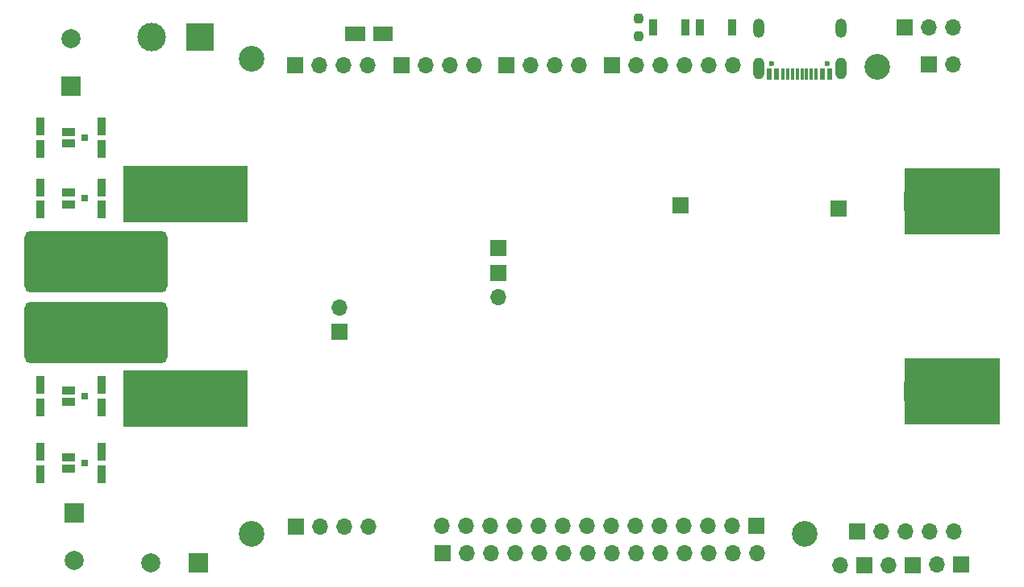
<source format=gbr>
%TF.GenerationSoftware,KiCad,Pcbnew,(6.0.1)*%
%TF.CreationDate,2022-09-27T15:52:51+02:00*%
%TF.ProjectId,WetterStationPCB,57657474-6572-4537-9461-74696f6e5043,rev?*%
%TF.SameCoordinates,Original*%
%TF.FileFunction,Soldermask,Top*%
%TF.FilePolarity,Negative*%
%FSLAX46Y46*%
G04 Gerber Fmt 4.6, Leading zero omitted, Abs format (unit mm)*
G04 Created by KiCad (PCBNEW (6.0.1)) date 2022-09-27 15:52:51*
%MOMM*%
%LPD*%
G01*
G04 APERTURE LIST*
G04 Aperture macros list*
%AMRoundRect*
0 Rectangle with rounded corners*
0 $1 Rounding radius*
0 $2 $3 $4 $5 $6 $7 $8 $9 X,Y pos of 4 corners*
0 Add a 4 corners polygon primitive as box body*
4,1,4,$2,$3,$4,$5,$6,$7,$8,$9,$2,$3,0*
0 Add four circle primitives for the rounded corners*
1,1,$1+$1,$2,$3*
1,1,$1+$1,$4,$5*
1,1,$1+$1,$6,$7*
1,1,$1+$1,$8,$9*
0 Add four rect primitives between the rounded corners*
20,1,$1+$1,$2,$3,$4,$5,0*
20,1,$1+$1,$4,$5,$6,$7,0*
20,1,$1+$1,$6,$7,$8,$9,0*
20,1,$1+$1,$8,$9,$2,$3,0*%
%AMFreePoly0*
4,1,6,1.000000,0.000000,0.500000,-0.750000,-0.500000,-0.750000,-0.500000,0.750000,0.500000,0.750000,1.000000,0.000000,1.000000,0.000000,$1*%
G04 Aperture macros list end*
%ADD10R,1.700000X1.700000*%
%ADD11O,1.700000X1.700000*%
%ADD12R,0.900000X1.850000*%
%ADD13R,0.750000X0.750000*%
%ADD14R,1.450000X0.870000*%
%ADD15R,2.000000X2.000000*%
%ADD16C,2.000000*%
%ADD17C,2.700000*%
%ADD18RoundRect,0.650000X6.850000X2.600000X-6.850000X2.600000X-6.850000X-2.600000X6.850000X-2.600000X0*%
%ADD19RoundRect,0.237500X-0.237500X0.250000X-0.237500X-0.250000X0.237500X-0.250000X0.237500X0.250000X0*%
%ADD20C,0.600000*%
%ADD21R,0.600000X1.160000*%
%ADD22R,0.300000X1.160000*%
%ADD23O,1.200000X2.000000*%
%ADD24O,1.200000X2.300000*%
%ADD25R,3.000000X3.000000*%
%ADD26C,3.000000*%
%ADD27R,1.500000X1.500000*%
%ADD28FreePoly0,0.000000*%
%ADD29FreePoly0,180.000000*%
%ADD30C,4.000000*%
%ADD31R,13.000000X6.000000*%
%ADD32R,10.000000X7.000000*%
%ADD33O,5.000000X7.000000*%
%ADD34R,0.900000X1.700000*%
G04 APERTURE END LIST*
D10*
%TO.C,J1*%
X50175000Y-137750000D03*
D11*
X50175000Y-135210000D03*
%TD*%
D12*
%TO.C,Q13*%
X18800000Y-150325000D03*
X25200000Y-152675000D03*
X25200000Y-150325000D03*
X18800000Y-152675000D03*
D13*
X23450000Y-151500000D03*
D14*
X21700000Y-152110000D03*
X21700000Y-150890000D03*
%TD*%
D12*
%TO.C,Q9*%
X25200000Y-116125000D03*
X25200000Y-118475000D03*
X18800000Y-116125000D03*
X18800000Y-118475000D03*
D13*
X23450000Y-117300000D03*
D14*
X21700000Y-117910000D03*
X21700000Y-116690000D03*
%TD*%
D15*
%TO.C,C33*%
X22300000Y-156800000D03*
D16*
X22300000Y-161800000D03*
%TD*%
D10*
%TO.C,J16*%
X112064729Y-109628803D03*
D11*
X114604729Y-109628803D03*
%TD*%
D10*
%TO.C,J13*%
X105289398Y-162238140D03*
D11*
X102749398Y-162238140D03*
%TD*%
D10*
%TO.C,J2*%
X61000000Y-160975000D03*
D11*
X63540000Y-160975000D03*
X66080000Y-160975000D03*
X68620000Y-160975000D03*
X71160000Y-160975000D03*
X73700000Y-160975000D03*
X76240000Y-160975000D03*
X78780000Y-160975000D03*
X81320000Y-160975000D03*
X83860000Y-160975000D03*
X86400000Y-160975000D03*
X88940000Y-160975000D03*
X91480000Y-160975000D03*
X94020000Y-160975000D03*
%TD*%
D10*
%TO.C,J6*%
X66900000Y-131500000D03*
D11*
X66900000Y-134040000D03*
%TD*%
D10*
%TO.C,J4*%
X78780000Y-109675000D03*
D11*
X81320000Y-109675000D03*
X83860000Y-109675000D03*
X86400000Y-109675000D03*
X88940000Y-109675000D03*
X91480000Y-109675000D03*
%TD*%
D10*
%TO.C,U7*%
X67705000Y-109700000D03*
D11*
X70245000Y-109700000D03*
X72785000Y-109700000D03*
X75325000Y-109700000D03*
%TD*%
D10*
%TO.C,U4*%
X45505000Y-109700000D03*
D11*
X48045000Y-109700000D03*
X50585000Y-109700000D03*
X53125000Y-109700000D03*
%TD*%
D10*
%TO.C,J15*%
X115475000Y-162200000D03*
D11*
X112935000Y-162200000D03*
%TD*%
D17*
%TO.C,H4*%
X41000000Y-159000000D03*
%TD*%
D10*
%TO.C,U5*%
X56705000Y-109700000D03*
D11*
X59245000Y-109700000D03*
X61785000Y-109700000D03*
X64325000Y-109700000D03*
%TD*%
D17*
%TO.C,H3*%
X41000000Y-109000000D03*
%TD*%
D15*
%TO.C,C21*%
X22000000Y-111867677D03*
D16*
X22000000Y-106867677D03*
%TD*%
D15*
%TO.C,C28*%
X35367677Y-162000000D03*
D16*
X30367677Y-162000000D03*
%TD*%
D12*
%TO.C,Q10*%
X25200000Y-124875000D03*
X18800000Y-122525000D03*
X25200000Y-122525000D03*
X18800000Y-124875000D03*
D13*
X23450000Y-123700000D03*
D14*
X21700000Y-123090000D03*
X21700000Y-124310000D03*
%TD*%
D10*
%TO.C,J8*%
X109575000Y-105675000D03*
D11*
X112115000Y-105675000D03*
X114655000Y-105675000D03*
%TD*%
D10*
%TO.C,J14*%
X110383635Y-162239472D03*
D11*
X107843635Y-162239472D03*
%TD*%
D12*
%TO.C,Q14*%
X25200000Y-145675000D03*
X18800000Y-143325000D03*
X18800000Y-145675000D03*
X25200000Y-143325000D03*
D13*
X23450000Y-144500000D03*
D14*
X21700000Y-143890000D03*
X21700000Y-145110000D03*
%TD*%
D18*
%TO.C,L1*%
X24605000Y-130395000D03*
X24605000Y-137795000D03*
%TD*%
D10*
%TO.C,J7*%
X66887500Y-128900000D03*
%TD*%
D19*
%TO.C,R2*%
X81600000Y-104787500D03*
X81600000Y-106612500D03*
%TD*%
D20*
%TO.C,P1*%
X95610000Y-109525000D03*
X101390000Y-109525000D03*
D21*
X101700000Y-110585000D03*
X100900000Y-110585000D03*
D22*
X99750000Y-110585000D03*
X98750000Y-110585000D03*
X98250000Y-110585000D03*
X97250000Y-110585000D03*
D21*
X96100000Y-110585000D03*
X95300000Y-110585000D03*
X95300000Y-110585000D03*
X96100000Y-110585000D03*
D22*
X96750000Y-110585000D03*
X97750000Y-110585000D03*
X99250000Y-110585000D03*
X100250000Y-110585000D03*
D21*
X100900000Y-110585000D03*
X101700000Y-110585000D03*
D23*
X94180000Y-105835000D03*
D24*
X102820000Y-110005000D03*
D23*
X102820000Y-105835000D03*
D24*
X94180000Y-110005000D03*
%TD*%
D25*
%TO.C,J17*%
X35540000Y-106700000D03*
D26*
X30460000Y-106700000D03*
%TD*%
D17*
%TO.C,H1*%
X99000000Y-159000000D03*
%TD*%
D27*
%TO.C,JP2*%
X54500000Y-106400000D03*
X52100000Y-106400000D03*
D28*
X51300000Y-106400000D03*
D29*
X55300000Y-106400000D03*
%TD*%
D30*
%TO.C,BT1*%
X35000000Y-144750000D03*
X38000000Y-144000000D03*
D31*
X34000000Y-144750000D03*
X34000000Y-123250000D03*
D30*
X35000000Y-123250000D03*
X38000000Y-124000000D03*
D32*
X114500000Y-144000000D03*
X114500000Y-124000000D03*
D33*
X112000000Y-124000000D03*
X112000000Y-144000000D03*
%TD*%
D17*
%TO.C,H2*%
X106700000Y-109900000D03*
%TD*%
D34*
%TO.C,SW1*%
X88000000Y-105700000D03*
X91400000Y-105700000D03*
%TD*%
%TO.C,SW2*%
X86500000Y-105700000D03*
X83100000Y-105700000D03*
%TD*%
D10*
%TO.C,U1*%
X45600000Y-158200000D03*
D11*
X48140000Y-158200000D03*
X50680000Y-158200000D03*
X53220000Y-158200000D03*
%TD*%
D10*
%TO.C,J3*%
X104525000Y-158700000D03*
D11*
X107065000Y-158700000D03*
X109605000Y-158700000D03*
X112145000Y-158700000D03*
X114685000Y-158700000D03*
%TD*%
D10*
%TO.C,J5*%
X94000000Y-158100000D03*
D11*
X91460000Y-158100000D03*
X88920000Y-158100000D03*
X86380000Y-158100000D03*
X83840000Y-158100000D03*
X81300000Y-158100000D03*
X78760000Y-158100000D03*
X76220000Y-158100000D03*
X73680000Y-158100000D03*
X71140000Y-158100000D03*
X68600000Y-158100000D03*
X66060000Y-158100000D03*
X63520000Y-158100000D03*
X60980000Y-158100000D03*
%TD*%
D10*
%TO.C,J10*%
X86000000Y-124398209D03*
%TD*%
%TO.C,J11*%
X102600000Y-124800000D03*
%TD*%
M02*

</source>
